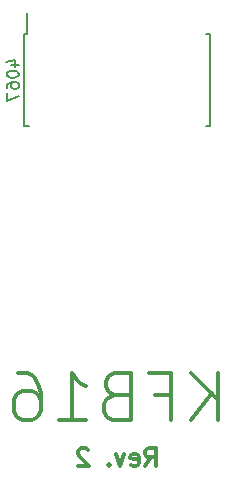
<source format=gbr>
G04 #@! TF.FileFunction,Legend,Bot*
%FSLAX46Y46*%
G04 Gerber Fmt 4.6, Leading zero omitted, Abs format (unit mm)*
G04 Created by KiCad (PCBNEW 4.0.6) date Tuesday, July 03, 2018 'PMt' 09:33:00 PM*
%MOMM*%
%LPD*%
G01*
G04 APERTURE LIST*
%ADD10C,0.100000*%
%ADD11C,0.300000*%
%ADD12C,0.150000*%
G04 APERTURE END LIST*
D10*
D11*
X151571428Y-129809524D02*
X151571428Y-125809524D01*
X149285714Y-129809524D02*
X150999999Y-127523810D01*
X149285714Y-125809524D02*
X151571428Y-128095238D01*
X146238095Y-127714286D02*
X147571428Y-127714286D01*
X147571428Y-129809524D02*
X147571428Y-125809524D01*
X145666666Y-125809524D01*
X142809524Y-127714286D02*
X142238095Y-127904762D01*
X142047619Y-128095238D01*
X141857143Y-128476190D01*
X141857143Y-129047619D01*
X142047619Y-129428571D01*
X142238095Y-129619048D01*
X142619048Y-129809524D01*
X144142857Y-129809524D01*
X144142857Y-125809524D01*
X142809524Y-125809524D01*
X142428571Y-126000000D01*
X142238095Y-126190476D01*
X142047619Y-126571429D01*
X142047619Y-126952381D01*
X142238095Y-127333333D01*
X142428571Y-127523810D01*
X142809524Y-127714286D01*
X144142857Y-127714286D01*
X138047619Y-129809524D02*
X140333333Y-129809524D01*
X139190476Y-129809524D02*
X139190476Y-125809524D01*
X139571428Y-126380952D01*
X139952381Y-126761905D01*
X140333333Y-126952381D01*
X134619047Y-125809524D02*
X135380952Y-125809524D01*
X135761904Y-126000000D01*
X135952381Y-126190476D01*
X136333333Y-126761905D01*
X136523809Y-127523810D01*
X136523809Y-129047619D01*
X136333333Y-129428571D01*
X136142857Y-129619048D01*
X135761904Y-129809524D01*
X135000000Y-129809524D01*
X134619047Y-129619048D01*
X134428571Y-129428571D01*
X134238095Y-129047619D01*
X134238095Y-128095238D01*
X134428571Y-127714286D01*
X134619047Y-127523810D01*
X135000000Y-127333333D01*
X135761904Y-127333333D01*
X136142857Y-127523810D01*
X136333333Y-127714286D01*
X136523809Y-128095238D01*
X145392856Y-133678571D02*
X145892856Y-132964286D01*
X146249999Y-133678571D02*
X146249999Y-132178571D01*
X145678571Y-132178571D01*
X145535713Y-132250000D01*
X145464285Y-132321429D01*
X145392856Y-132464286D01*
X145392856Y-132678571D01*
X145464285Y-132821429D01*
X145535713Y-132892857D01*
X145678571Y-132964286D01*
X146249999Y-132964286D01*
X144178571Y-133607143D02*
X144321428Y-133678571D01*
X144607142Y-133678571D01*
X144749999Y-133607143D01*
X144821428Y-133464286D01*
X144821428Y-132892857D01*
X144749999Y-132750000D01*
X144607142Y-132678571D01*
X144321428Y-132678571D01*
X144178571Y-132750000D01*
X144107142Y-132892857D01*
X144107142Y-133035714D01*
X144821428Y-133178571D01*
X143607142Y-132678571D02*
X143249999Y-133678571D01*
X142892857Y-132678571D01*
X142321428Y-133535714D02*
X142250000Y-133607143D01*
X142321428Y-133678571D01*
X142392857Y-133607143D01*
X142321428Y-133535714D01*
X142321428Y-133678571D01*
X140535714Y-132321429D02*
X140464285Y-132250000D01*
X140321428Y-132178571D01*
X139964285Y-132178571D01*
X139821428Y-132250000D01*
X139749999Y-132321429D01*
X139678571Y-132464286D01*
X139678571Y-132607143D01*
X139749999Y-132821429D01*
X140607142Y-133678571D01*
X139678571Y-133678571D01*
D12*
X135125000Y-97125000D02*
X135400000Y-97125000D01*
X135125000Y-104875000D02*
X135490000Y-104875000D01*
X150875000Y-104875000D02*
X150510000Y-104875000D01*
X150875000Y-97125000D02*
X150510000Y-97125000D01*
X135125000Y-97125000D02*
X135125000Y-104875000D01*
X150875000Y-97125000D02*
X150875000Y-104875000D01*
X135400000Y-97125000D02*
X135400000Y-95300000D01*
X133985714Y-99761905D02*
X134652381Y-99761905D01*
X133604762Y-99523809D02*
X134319048Y-99285714D01*
X134319048Y-99904762D01*
X133652381Y-100476190D02*
X133652381Y-100571429D01*
X133700000Y-100666667D01*
X133747619Y-100714286D01*
X133842857Y-100761905D01*
X134033333Y-100809524D01*
X134271429Y-100809524D01*
X134461905Y-100761905D01*
X134557143Y-100714286D01*
X134604762Y-100666667D01*
X134652381Y-100571429D01*
X134652381Y-100476190D01*
X134604762Y-100380952D01*
X134557143Y-100333333D01*
X134461905Y-100285714D01*
X134271429Y-100238095D01*
X134033333Y-100238095D01*
X133842857Y-100285714D01*
X133747619Y-100333333D01*
X133700000Y-100380952D01*
X133652381Y-100476190D01*
X133652381Y-101666667D02*
X133652381Y-101476190D01*
X133700000Y-101380952D01*
X133747619Y-101333333D01*
X133890476Y-101238095D01*
X134080952Y-101190476D01*
X134461905Y-101190476D01*
X134557143Y-101238095D01*
X134604762Y-101285714D01*
X134652381Y-101380952D01*
X134652381Y-101571429D01*
X134604762Y-101666667D01*
X134557143Y-101714286D01*
X134461905Y-101761905D01*
X134223810Y-101761905D01*
X134128571Y-101714286D01*
X134080952Y-101666667D01*
X134033333Y-101571429D01*
X134033333Y-101380952D01*
X134080952Y-101285714D01*
X134128571Y-101238095D01*
X134223810Y-101190476D01*
X133652381Y-102095238D02*
X133652381Y-102761905D01*
X134652381Y-102333333D01*
M02*

</source>
